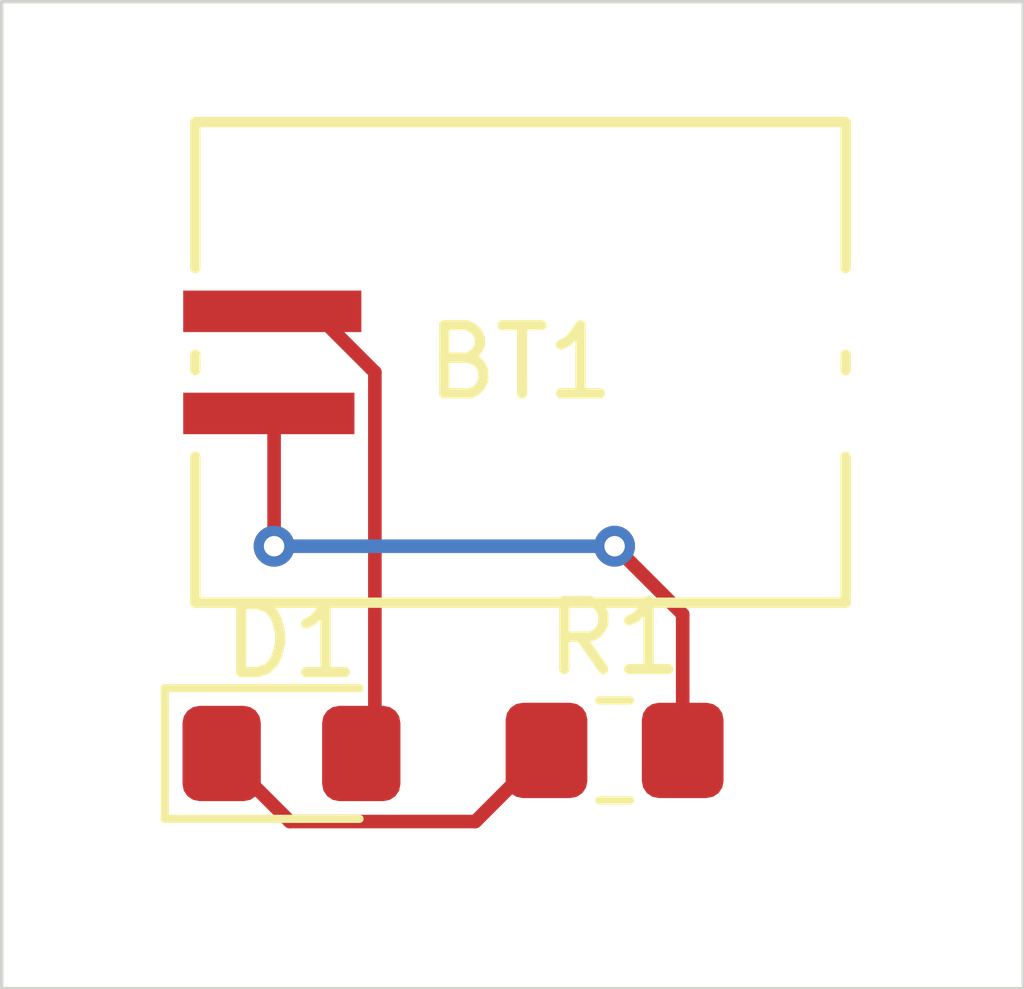
<source format=kicad_pcb>
(kicad_pcb (version 20240108) (generator "pcbnew") (generator_version "8.0")
  (title_block (title "LED Demo") (date "2024-10-29") (rev "1.0") (company "Formula Slug"))
  (layers (0 "F.Cu" signal) (31 "B.Cu" signal) (34 "B.Paste" user) (35 "F.Paste" user) (36 "B.SilkS" user "B.Silkscreen") (37 "F.SilkS" user "F.Silkscreen") (38 "B.Mask" user) (39 "F.Mask" user) (44 "Edge.Cuts" user))
  (net 0 "")
  (net 1 "Net-(BT1--)")
  (net 2 "Net-(BT1-+)")
  (net 3 "Net-(D1-K)")
  (footprint "Resistor_SMD:R_0805_2012Metric_Pad1.20x1.40mm_HandSolder" (layer "F.Cu") (at 151.5 103.5)
    (property "Reference" "R1" (at 0 -1.65 0) (layer "F.SilkS"))
    (property "Value" "R")
    (fp_line (start -0.227064 -0.735) (end 0.227064 -0.735) (stroke (width 0.12)) (layer "F.SilkS"))
    (fp_line (start -0.227064 0.735) (end 0.227064 0.735) (stroke (width 0.12)) (layer "F.SilkS"))
    (pad "1" smd roundrect (at -1 0) (size 1.2 1.4) (layers "F.Cu" "F.Paste" "F.Mask") (roundrect_rratio 0.208333) (net 3 "Net-(D1-K)"))
    (pad "2" smd roundrect (at 1 0) (size 1.2 1.4) (layers "F.Cu" "F.Paste" "F.Mask") (roundrect_rratio 0.208333) (net 1 "Net-(BT1--)"))
  )
  (footprint "FS_3_Global_Footprint_Library:MS621FE-FL11E_SEC" (layer "F.Cu") (at 150.1182 97.7988)
    (property "Reference" "BT1" (at 0 0 0) (layer "F.SilkS"))
    (property "Value" "Battery_Cell")
    (fp_line (start -4.7752 -3.5306) (end -4.7752 -1.387541) (stroke (width 0.1524)) (layer "F.SilkS"))
    (fp_line (start -4.7752 -0.112461) (end -4.7752 0.112461) (stroke (width 0.1524)) (layer "F.SilkS"))
    (fp_line (start -4.7752 1.387541) (end -4.7752 3.5306) (stroke (width 0.1524)) (layer "F.SilkS"))
    (fp_line (start -4.7752 3.5306) (end 4.7752 3.5306) (stroke (width 0.1524)) (layer "F.SilkS"))
    (fp_line (start 4.7752 -3.5306) (end -4.7752 -3.5306) (stroke (width 0.1524)) (layer "F.SilkS"))
    (fp_line (start 4.7752 -1.387541) (end 4.7752 -3.5306) (stroke (width 0.1524)) (layer "F.SilkS"))
    (fp_line (start 4.7752 0.112461) (end 4.7752 -0.112461) (stroke (width 0.1524)) (layer "F.SilkS"))
    (fp_line (start 4.7752 3.5306) (end 4.7752 1.387541) (stroke (width 0.1524)) (layer "F.SilkS"))
    (pad "1" smd rect (at -3.6449 -0.750001) (size 2.6162 0.6096) (layers "F.Cu" "F.Paste" "F.Mask") (net 2 "Net-(BT1-+)"))
    (pad "2" smd rect (at -3.6957 0.750001) (size 2.5146 0.6096) (layers "F.Cu" "F.Paste" "F.Mask") (net 1 "Net-(BT1--)"))
  )
  (footprint "LED_SMD:LED_0805_2012Metric_Pad1.15x1.40mm_HandSolder" (layer "F.Cu") (at 146.755 103.545)
    (property "Reference" "D1" (at 0 -1.65 0) (layer "F.SilkS"))
    (property "Value" "LED")
    (fp_line (start -1.86 -0.96) (end -1.86 0.96) (stroke (width 0.12)) (layer "F.SilkS"))
    (fp_line (start -1.86 0.96) (end 1 0.96) (stroke (width 0.12)) (layer "F.SilkS"))
    (fp_line (start 1 -0.96) (end -1.86 -0.96) (stroke (width 0.12)) (layer "F.SilkS"))
    (pad "1" smd roundrect (at -1.025 0) (size 1.15 1.4) (layers "F.Cu" "F.Paste" "F.Mask") (roundrect_rratio 0.217391) (net 3 "Net-(D1-K)"))
    (pad "2" smd roundrect (at 1.025 0) (size 1.15 1.4) (layers "F.Cu" "F.Paste" "F.Mask") (roundrect_rratio 0.217391) (net 2 "Net-(BT1-+)"))
  )
  (gr_rect (start 142.5 92.5) (end 157.5 107) (stroke (width 0.05)) (fill none) (layer "Edge.Cuts"))
  (segment (start 152.5 101.5) (end 151.5 100.5) (width 0.2) (layer "F.Cu") (net 1))
  (segment (start 146.5 100.5) (end 146.5 98.626301) (width 0.2) (layer "F.Cu") (net 1))
  (segment (start 152.5 103.5) (end 152.5 101.5) (width 0.2) (layer "F.Cu") (net 1))
  (segment (start 146.5 98.626301) (end 146.4225 98.548801) (width 0.2) (layer "F.Cu") (net 1))
  (via (at 151.5 100.5) (size 0.6) (drill 0.3) (layers "F.Cu" "B.Cu") (net 1))
  (via (at 146.5 100.5) (size 0.6) (drill 0.3) (layers "F.Cu" "B.Cu") (net 1))
  (segment (start 151.5 100.5) (end 146.5 100.5) (width 0.2) (layer "B.Cu") (net 1))
  (segment (start 147.78 103.545) (end 147.9798 103.3452) (width 0.2) (layer "F.Cu") (net 2))
  (segment (start 147.9798 103.3452) (end 147.9798 97.944001) (width 0.2) (layer "F.Cu") (net 2))
  (segment (start 147.084598 97.048799) (end 146.4733 97.048799) (width 0.2) (layer "F.Cu") (net 2))
  (segment (start 147.9798 97.944001) (end 147.084598 97.048799) (width 0.2) (layer "F.Cu") (net 2))
  (segment (start 149.455 104.545) (end 150.5 103.5) (width 0.2) (layer "F.Cu") (net 3))
  (segment (start 146.73 104.545) (end 149.455 104.545) (width 0.2) (layer "F.Cu") (net 3))
  (segment (start 145.73 103.545) (end 146.73 104.545) (width 0.2) (layer "F.Cu") (net 3))
)
</source>
